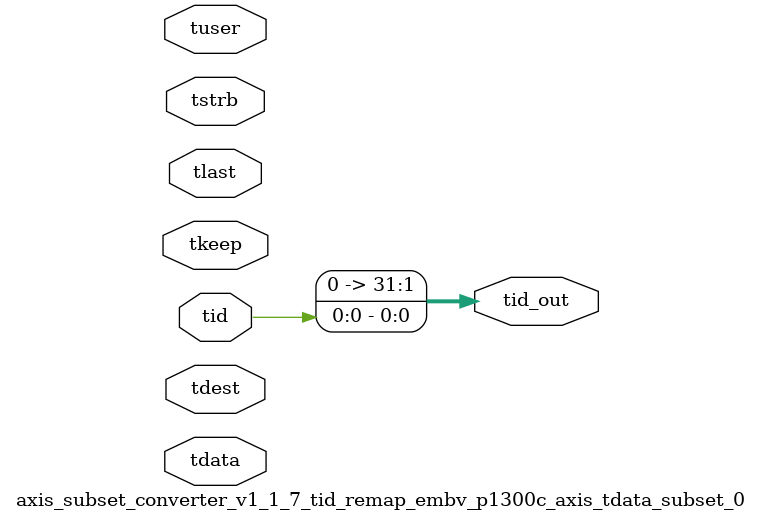
<source format=v>


`timescale 1ps/1ps

module axis_subset_converter_v1_1_7_tid_remap_embv_p1300c_axis_tdata_subset_0 #
(
parameter C_S_AXIS_TID_WIDTH   = 1,
parameter C_S_AXIS_TUSER_WIDTH = 0,
parameter C_S_AXIS_TDATA_WIDTH = 0,
parameter C_S_AXIS_TDEST_WIDTH = 0,
parameter C_M_AXIS_TID_WIDTH   = 32
)
(
input  [(C_S_AXIS_TID_WIDTH   == 0 ? 1 : C_S_AXIS_TID_WIDTH)-1:0       ] tid,
input  [(C_S_AXIS_TDATA_WIDTH == 0 ? 1 : C_S_AXIS_TDATA_WIDTH)-1:0     ] tdata,
input  [(C_S_AXIS_TUSER_WIDTH == 0 ? 1 : C_S_AXIS_TUSER_WIDTH)-1:0     ] tuser,
input  [(C_S_AXIS_TDEST_WIDTH == 0 ? 1 : C_S_AXIS_TDEST_WIDTH)-1:0     ] tdest,
input  [(C_S_AXIS_TDATA_WIDTH/8)-1:0 ] tkeep,
input  [(C_S_AXIS_TDATA_WIDTH/8)-1:0 ] tstrb,
input                                                                    tlast,
output [(C_M_AXIS_TID_WIDTH   == 0 ? 1 : C_M_AXIS_TID_WIDTH)-1:0       ] tid_out
);

assign tid_out = {tid[0:0]};

endmodule


</source>
